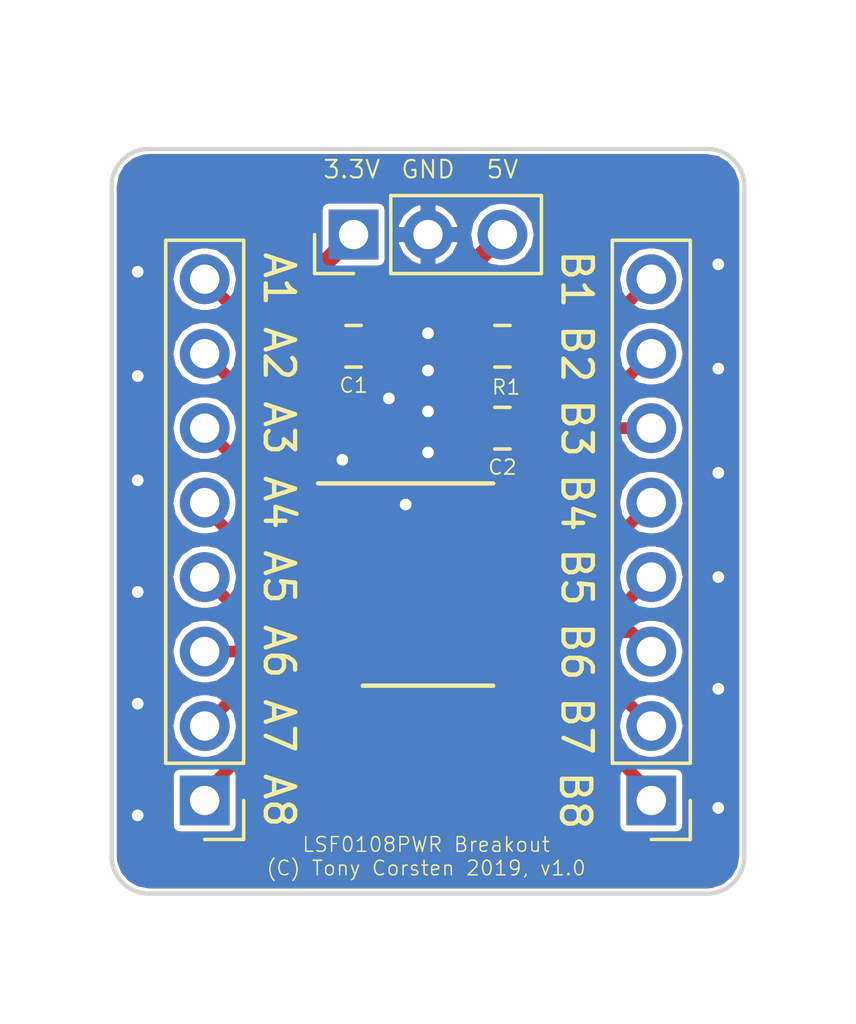
<source format=kicad_pcb>
(kicad_pcb (version 20171130) (host pcbnew "(5.0.2)-1")

  (general
    (thickness 1.6)
    (drawings 28)
    (tracks 102)
    (zones 0)
    (modules 7)
    (nets 21)
  )

  (page A4)
  (layers
    (0 F.Cu signal)
    (31 B.Cu signal)
    (32 B.Adhes user)
    (33 F.Adhes user)
    (34 B.Paste user)
    (35 F.Paste user)
    (36 B.SilkS user)
    (37 F.SilkS user)
    (38 B.Mask user)
    (39 F.Mask user)
    (40 Dwgs.User user)
    (41 Cmts.User user)
    (42 Eco1.User user)
    (43 Eco2.User user)
    (44 Edge.Cuts user)
    (45 Margin user)
    (46 B.CrtYd user)
    (47 F.CrtYd user)
    (48 B.Fab user)
    (49 F.Fab user hide)
  )

  (setup
    (last_trace_width 0.4)
    (user_trace_width 0.25)
    (user_trace_width 0.3)
    (user_trace_width 0.4)
    (user_trace_width 0.5)
    (user_trace_width 0.6)
    (user_trace_width 0.8)
    (trace_clearance 0.2)
    (zone_clearance 0.1)
    (zone_45_only no)
    (trace_min 0.2)
    (segment_width 0.2)
    (edge_width 0.15)
    (via_size 0.8)
    (via_drill 0.4)
    (via_min_size 0.4)
    (via_min_drill 0.3)
    (uvia_size 0.3)
    (uvia_drill 0.1)
    (uvias_allowed no)
    (uvia_min_size 0.2)
    (uvia_min_drill 0.1)
    (pcb_text_width 0.3)
    (pcb_text_size 1.5 1.5)
    (mod_edge_width 0.15)
    (mod_text_size 1 1)
    (mod_text_width 0.15)
    (pad_size 1.524 1.524)
    (pad_drill 0.762)
    (pad_to_mask_clearance 0.051)
    (solder_mask_min_width 0.25)
    (aux_axis_origin 0 0)
    (visible_elements FFFFFF7F)
    (pcbplotparams
      (layerselection 0x010f0_ffffffff)
      (usegerberextensions false)
      (usegerberattributes false)
      (usegerberadvancedattributes false)
      (creategerberjobfile false)
      (excludeedgelayer true)
      (linewidth 0.100000)
      (plotframeref false)
      (viasonmask false)
      (mode 1)
      (useauxorigin false)
      (hpglpennumber 1)
      (hpglpenspeed 20)
      (hpglpendiameter 15.000000)
      (psnegative false)
      (psa4output false)
      (plotreference true)
      (plotvalue true)
      (plotinvisibletext false)
      (padsonsilk false)
      (subtractmaskfromsilk false)
      (outputformat 1)
      (mirror false)
      (drillshape 0)
      (scaleselection 1)
      (outputdirectory "Gerber/"))
  )

  (net 0 "")
  (net 1 GND)
  (net 2 "Net-(C1-Pad1)")
  (net 3 "Net-(C2-Pad2)")
  (net 4 "Net-(J1-Pad1)")
  (net 5 "Net-(J1-Pad2)")
  (net 6 "Net-(J1-Pad3)")
  (net 7 "Net-(J1-Pad4)")
  (net 8 "Net-(J1-Pad5)")
  (net 9 "Net-(J1-Pad6)")
  (net 10 "Net-(J1-Pad7)")
  (net 11 "Net-(J1-Pad8)")
  (net 12 "Net-(J2-Pad8)")
  (net 13 "Net-(J2-Pad7)")
  (net 14 "Net-(J2-Pad6)")
  (net 15 "Net-(J2-Pad5)")
  (net 16 "Net-(J2-Pad4)")
  (net 17 "Net-(J2-Pad3)")
  (net 18 "Net-(J2-Pad2)")
  (net 19 "Net-(J2-Pad1)")
  (net 20 "Net-(J3-Pad3)")

  (net_class Default "This is the default net class."
    (clearance 0.2)
    (trace_width 0.25)
    (via_dia 0.8)
    (via_drill 0.4)
    (uvia_dia 0.3)
    (uvia_drill 0.1)
    (add_net GND)
    (add_net "Net-(C1-Pad1)")
    (add_net "Net-(C2-Pad2)")
    (add_net "Net-(J1-Pad1)")
    (add_net "Net-(J1-Pad2)")
    (add_net "Net-(J1-Pad3)")
    (add_net "Net-(J1-Pad4)")
    (add_net "Net-(J1-Pad5)")
    (add_net "Net-(J1-Pad6)")
    (add_net "Net-(J1-Pad7)")
    (add_net "Net-(J1-Pad8)")
    (add_net "Net-(J2-Pad1)")
    (add_net "Net-(J2-Pad2)")
    (add_net "Net-(J2-Pad3)")
    (add_net "Net-(J2-Pad4)")
    (add_net "Net-(J2-Pad5)")
    (add_net "Net-(J2-Pad6)")
    (add_net "Net-(J2-Pad7)")
    (add_net "Net-(J2-Pad8)")
    (add_net "Net-(J3-Pad3)")
  )

  (module Capacitor_SMD:C_0805_2012Metric_Pad1.15x1.40mm_HandSolder (layer F.Cu) (tedit 5D47205E) (tstamp 5D54D192)
    (at 129.54 78.486)
    (descr "Capacitor SMD 0805 (2012 Metric), square (rectangular) end terminal, IPC_7351 nominal with elongated pad for handsoldering. (Body size source: https://docs.google.com/spreadsheets/d/1BsfQQcO9C6DZCsRaXUlFlo91Tg2WpOkGARC1WS5S8t0/edit?usp=sharing), generated with kicad-footprint-generator")
    (tags "capacitor handsolder")
    (path /5D47967F)
    (attr smd)
    (fp_text reference C1 (at 0 1.3335) (layer F.SilkS)
      (effects (font (size 0.5 0.5) (thickness 0.06)))
    )
    (fp_text value 0.1uF (at 0 1.65) (layer F.Fab)
      (effects (font (size 1 1) (thickness 0.15)))
    )
    (fp_text user %R (at 0 0) (layer F.Fab)
      (effects (font (size 0.5 0.5) (thickness 0.08)))
    )
    (fp_line (start 1.85 0.95) (end -1.85 0.95) (layer F.CrtYd) (width 0.05))
    (fp_line (start 1.85 -0.95) (end 1.85 0.95) (layer F.CrtYd) (width 0.05))
    (fp_line (start -1.85 -0.95) (end 1.85 -0.95) (layer F.CrtYd) (width 0.05))
    (fp_line (start -1.85 0.95) (end -1.85 -0.95) (layer F.CrtYd) (width 0.05))
    (fp_line (start -0.261252 0.71) (end 0.261252 0.71) (layer F.SilkS) (width 0.12))
    (fp_line (start -0.261252 -0.71) (end 0.261252 -0.71) (layer F.SilkS) (width 0.12))
    (fp_line (start 1 0.6) (end -1 0.6) (layer F.Fab) (width 0.1))
    (fp_line (start 1 -0.6) (end 1 0.6) (layer F.Fab) (width 0.1))
    (fp_line (start -1 -0.6) (end 1 -0.6) (layer F.Fab) (width 0.1))
    (fp_line (start -1 0.6) (end -1 -0.6) (layer F.Fab) (width 0.1))
    (pad 2 smd roundrect (at 1.025 0) (size 1.15 1.4) (layers F.Cu F.Paste F.Mask) (roundrect_rratio 0.217391)
      (net 1 GND))
    (pad 1 smd roundrect (at -1.025 0) (size 1.15 1.4) (layers F.Cu F.Paste F.Mask) (roundrect_rratio 0.217391)
      (net 2 "Net-(C1-Pad1)"))
    (model ${KISYS3DMOD}/Capacitor_SMD.3dshapes/C_0805_2012Metric.wrl
      (at (xyz 0 0 0))
      (scale (xyz 1 1 1))
      (rotate (xyz 0 0 0))
    )
  )

  (module Capacitor_SMD:C_0805_2012Metric_Pad1.15x1.40mm_HandSolder (layer F.Cu) (tedit 5D472067) (tstamp 5D54D1A3)
    (at 134.62 81.28)
    (descr "Capacitor SMD 0805 (2012 Metric), square (rectangular) end terminal, IPC_7351 nominal with elongated pad for handsoldering. (Body size source: https://docs.google.com/spreadsheets/d/1BsfQQcO9C6DZCsRaXUlFlo91Tg2WpOkGARC1WS5S8t0/edit?usp=sharing), generated with kicad-footprint-generator")
    (tags "capacitor handsolder")
    (path /5D479584)
    (attr smd)
    (fp_text reference C2 (at 0 1.3335) (layer F.SilkS)
      (effects (font (size 0.5 0.5) (thickness 0.06)))
    )
    (fp_text value 0.1uF (at 0 1.65) (layer F.Fab)
      (effects (font (size 1 1) (thickness 0.15)))
    )
    (fp_line (start -1 0.6) (end -1 -0.6) (layer F.Fab) (width 0.1))
    (fp_line (start -1 -0.6) (end 1 -0.6) (layer F.Fab) (width 0.1))
    (fp_line (start 1 -0.6) (end 1 0.6) (layer F.Fab) (width 0.1))
    (fp_line (start 1 0.6) (end -1 0.6) (layer F.Fab) (width 0.1))
    (fp_line (start -0.261252 -0.71) (end 0.261252 -0.71) (layer F.SilkS) (width 0.12))
    (fp_line (start -0.261252 0.71) (end 0.261252 0.71) (layer F.SilkS) (width 0.12))
    (fp_line (start -1.85 0.95) (end -1.85 -0.95) (layer F.CrtYd) (width 0.05))
    (fp_line (start -1.85 -0.95) (end 1.85 -0.95) (layer F.CrtYd) (width 0.05))
    (fp_line (start 1.85 -0.95) (end 1.85 0.95) (layer F.CrtYd) (width 0.05))
    (fp_line (start 1.85 0.95) (end -1.85 0.95) (layer F.CrtYd) (width 0.05))
    (fp_text user %R (at 0 0) (layer F.Fab)
      (effects (font (size 0.5 0.5) (thickness 0.08)))
    )
    (pad 1 smd roundrect (at -1.025 0) (size 1.15 1.4) (layers F.Cu F.Paste F.Mask) (roundrect_rratio 0.217391)
      (net 1 GND))
    (pad 2 smd roundrect (at 1.025 0) (size 1.15 1.4) (layers F.Cu F.Paste F.Mask) (roundrect_rratio 0.217391)
      (net 3 "Net-(C2-Pad2)"))
    (model ${KISYS3DMOD}/Capacitor_SMD.3dshapes/C_0805_2012Metric.wrl
      (at (xyz 0 0 0))
      (scale (xyz 1 1 1))
      (rotate (xyz 0 0 0))
    )
  )

  (module Connector_PinHeader_2.54mm:PinHeader_1x08_P2.54mm_Vertical (layer F.Cu) (tedit 5D472078) (tstamp 5D54D1BF)
    (at 124.46 93.98 180)
    (descr "Through hole straight pin header, 1x08, 2.54mm pitch, single row")
    (tags "Through hole pin header THT 1x08 2.54mm single row")
    (path /5D47176E)
    (fp_text reference J1 (at 0 -2.33 180) (layer F.SilkS) hide
      (effects (font (size 1 1) (thickness 0.15)))
    )
    (fp_text value Conn_01x08 (at 0 20.11 180) (layer F.Fab)
      (effects (font (size 1 1) (thickness 0.15)))
    )
    (fp_line (start -0.635 -1.27) (end 1.27 -1.27) (layer F.Fab) (width 0.1))
    (fp_line (start 1.27 -1.27) (end 1.27 19.05) (layer F.Fab) (width 0.1))
    (fp_line (start 1.27 19.05) (end -1.27 19.05) (layer F.Fab) (width 0.1))
    (fp_line (start -1.27 19.05) (end -1.27 -0.635) (layer F.Fab) (width 0.1))
    (fp_line (start -1.27 -0.635) (end -0.635 -1.27) (layer F.Fab) (width 0.1))
    (fp_line (start -1.33 19.11) (end 1.33 19.11) (layer F.SilkS) (width 0.12))
    (fp_line (start -1.33 1.27) (end -1.33 19.11) (layer F.SilkS) (width 0.12))
    (fp_line (start 1.33 1.27) (end 1.33 19.11) (layer F.SilkS) (width 0.12))
    (fp_line (start -1.33 1.27) (end 1.33 1.27) (layer F.SilkS) (width 0.12))
    (fp_line (start -1.33 0) (end -1.33 -1.33) (layer F.SilkS) (width 0.12))
    (fp_line (start -1.33 -1.33) (end 0 -1.33) (layer F.SilkS) (width 0.12))
    (fp_line (start -1.8 -1.8) (end -1.8 19.55) (layer F.CrtYd) (width 0.05))
    (fp_line (start -1.8 19.55) (end 1.8 19.55) (layer F.CrtYd) (width 0.05))
    (fp_line (start 1.8 19.55) (end 1.8 -1.8) (layer F.CrtYd) (width 0.05))
    (fp_line (start 1.8 -1.8) (end -1.8 -1.8) (layer F.CrtYd) (width 0.05))
    (fp_text user %R (at 0 8.89 270) (layer F.Fab)
      (effects (font (size 1 1) (thickness 0.15)))
    )
    (pad 1 thru_hole rect (at 0 0 180) (size 1.7 1.7) (drill 1) (layers *.Cu *.Mask)
      (net 4 "Net-(J1-Pad1)"))
    (pad 2 thru_hole oval (at 0 2.54 180) (size 1.7 1.7) (drill 1) (layers *.Cu *.Mask)
      (net 5 "Net-(J1-Pad2)"))
    (pad 3 thru_hole oval (at 0 5.08 180) (size 1.7 1.7) (drill 1) (layers *.Cu *.Mask)
      (net 6 "Net-(J1-Pad3)"))
    (pad 4 thru_hole oval (at 0 7.62 180) (size 1.7 1.7) (drill 1) (layers *.Cu *.Mask)
      (net 7 "Net-(J1-Pad4)"))
    (pad 5 thru_hole oval (at 0 10.16 180) (size 1.7 1.7) (drill 1) (layers *.Cu *.Mask)
      (net 8 "Net-(J1-Pad5)"))
    (pad 6 thru_hole oval (at 0 12.7 180) (size 1.7 1.7) (drill 1) (layers *.Cu *.Mask)
      (net 9 "Net-(J1-Pad6)"))
    (pad 7 thru_hole oval (at 0 15.24 180) (size 1.7 1.7) (drill 1) (layers *.Cu *.Mask)
      (net 10 "Net-(J1-Pad7)"))
    (pad 8 thru_hole oval (at 0 17.78 180) (size 1.7 1.7) (drill 1) (layers *.Cu *.Mask)
      (net 11 "Net-(J1-Pad8)"))
    (model ${KISYS3DMOD}/Connector_PinHeader_2.54mm.3dshapes/PinHeader_1x08_P2.54mm_Vertical.wrl
      (at (xyz 0 0 0))
      (scale (xyz 1 1 1))
      (rotate (xyz 0 0 0))
    )
  )

  (module Connector_PinHeader_2.54mm:PinHeader_1x08_P2.54mm_Vertical (layer F.Cu) (tedit 5D472087) (tstamp 5D54D7C7)
    (at 139.7 93.98 180)
    (descr "Through hole straight pin header, 1x08, 2.54mm pitch, single row")
    (tags "Through hole pin header THT 1x08 2.54mm single row")
    (path /5D4718CE)
    (fp_text reference J2 (at 0 -2.33 180) (layer F.SilkS) hide
      (effects (font (size 1 1) (thickness 0.15)))
    )
    (fp_text value Conn_01x08 (at 0 20.11 180) (layer F.Fab)
      (effects (font (size 1 1) (thickness 0.15)))
    )
    (fp_text user %R (at 0 8.89 270) (layer F.Fab)
      (effects (font (size 1 1) (thickness 0.15)))
    )
    (fp_line (start 1.8 -1.8) (end -1.8 -1.8) (layer F.CrtYd) (width 0.05))
    (fp_line (start 1.8 19.55) (end 1.8 -1.8) (layer F.CrtYd) (width 0.05))
    (fp_line (start -1.8 19.55) (end 1.8 19.55) (layer F.CrtYd) (width 0.05))
    (fp_line (start -1.8 -1.8) (end -1.8 19.55) (layer F.CrtYd) (width 0.05))
    (fp_line (start -1.33 -1.33) (end 0 -1.33) (layer F.SilkS) (width 0.12))
    (fp_line (start -1.33 0) (end -1.33 -1.33) (layer F.SilkS) (width 0.12))
    (fp_line (start -1.33 1.27) (end 1.33 1.27) (layer F.SilkS) (width 0.12))
    (fp_line (start 1.33 1.27) (end 1.33 19.11) (layer F.SilkS) (width 0.12))
    (fp_line (start -1.33 1.27) (end -1.33 19.11) (layer F.SilkS) (width 0.12))
    (fp_line (start -1.33 19.11) (end 1.33 19.11) (layer F.SilkS) (width 0.12))
    (fp_line (start -1.27 -0.635) (end -0.635 -1.27) (layer F.Fab) (width 0.1))
    (fp_line (start -1.27 19.05) (end -1.27 -0.635) (layer F.Fab) (width 0.1))
    (fp_line (start 1.27 19.05) (end -1.27 19.05) (layer F.Fab) (width 0.1))
    (fp_line (start 1.27 -1.27) (end 1.27 19.05) (layer F.Fab) (width 0.1))
    (fp_line (start -0.635 -1.27) (end 1.27 -1.27) (layer F.Fab) (width 0.1))
    (pad 8 thru_hole oval (at 0 17.78 180) (size 1.7 1.7) (drill 1) (layers *.Cu *.Mask)
      (net 12 "Net-(J2-Pad8)"))
    (pad 7 thru_hole oval (at 0 15.24 180) (size 1.7 1.7) (drill 1) (layers *.Cu *.Mask)
      (net 13 "Net-(J2-Pad7)"))
    (pad 6 thru_hole oval (at 0 12.7 180) (size 1.7 1.7) (drill 1) (layers *.Cu *.Mask)
      (net 14 "Net-(J2-Pad6)"))
    (pad 5 thru_hole oval (at 0 10.16 180) (size 1.7 1.7) (drill 1) (layers *.Cu *.Mask)
      (net 15 "Net-(J2-Pad5)"))
    (pad 4 thru_hole oval (at 0 7.62 180) (size 1.7 1.7) (drill 1) (layers *.Cu *.Mask)
      (net 16 "Net-(J2-Pad4)"))
    (pad 3 thru_hole oval (at 0 5.08 180) (size 1.7 1.7) (drill 1) (layers *.Cu *.Mask)
      (net 17 "Net-(J2-Pad3)"))
    (pad 2 thru_hole oval (at 0 2.54 180) (size 1.7 1.7) (drill 1) (layers *.Cu *.Mask)
      (net 18 "Net-(J2-Pad2)"))
    (pad 1 thru_hole rect (at 0 0 180) (size 1.7 1.7) (drill 1) (layers *.Cu *.Mask)
      (net 19 "Net-(J2-Pad1)"))
    (model ${KISYS3DMOD}/Connector_PinHeader_2.54mm.3dshapes/PinHeader_1x08_P2.54mm_Vertical.wrl
      (at (xyz 0 0 0))
      (scale (xyz 1 1 1))
      (rotate (xyz 0 0 0))
    )
  )

  (module Connector_PinHeader_2.54mm:PinHeader_1x03_P2.54mm_Vertical (layer F.Cu) (tedit 5D472056) (tstamp 5D54D1F2)
    (at 129.54 74.676 90)
    (descr "Through hole straight pin header, 1x03, 2.54mm pitch, single row")
    (tags "Through hole pin header THT 1x03 2.54mm single row")
    (path /5D471594)
    (fp_text reference J3 (at 2.286 2.54 90) (layer F.SilkS) hide
      (effects (font (size 1 1) (thickness 0.15)))
    )
    (fp_text value Conn_01x03 (at 0 7.41 90) (layer F.Fab)
      (effects (font (size 1 1) (thickness 0.15)))
    )
    (fp_line (start -0.635 -1.27) (end 1.27 -1.27) (layer F.Fab) (width 0.1))
    (fp_line (start 1.27 -1.27) (end 1.27 6.35) (layer F.Fab) (width 0.1))
    (fp_line (start 1.27 6.35) (end -1.27 6.35) (layer F.Fab) (width 0.1))
    (fp_line (start -1.27 6.35) (end -1.27 -0.635) (layer F.Fab) (width 0.1))
    (fp_line (start -1.27 -0.635) (end -0.635 -1.27) (layer F.Fab) (width 0.1))
    (fp_line (start -1.33 6.41) (end 1.33 6.41) (layer F.SilkS) (width 0.12))
    (fp_line (start -1.33 1.27) (end -1.33 6.41) (layer F.SilkS) (width 0.12))
    (fp_line (start 1.33 1.27) (end 1.33 6.41) (layer F.SilkS) (width 0.12))
    (fp_line (start -1.33 1.27) (end 1.33 1.27) (layer F.SilkS) (width 0.12))
    (fp_line (start -1.33 0) (end -1.33 -1.33) (layer F.SilkS) (width 0.12))
    (fp_line (start -1.33 -1.33) (end 0 -1.33) (layer F.SilkS) (width 0.12))
    (fp_line (start -1.8 -1.8) (end -1.8 6.85) (layer F.CrtYd) (width 0.05))
    (fp_line (start -1.8 6.85) (end 1.8 6.85) (layer F.CrtYd) (width 0.05))
    (fp_line (start 1.8 6.85) (end 1.8 -1.8) (layer F.CrtYd) (width 0.05))
    (fp_line (start 1.8 -1.8) (end -1.8 -1.8) (layer F.CrtYd) (width 0.05))
    (fp_text user %R (at 0 2.54 180) (layer F.Fab)
      (effects (font (size 1 1) (thickness 0.15)))
    )
    (pad 1 thru_hole rect (at 0 0 90) (size 1.7 1.7) (drill 1) (layers *.Cu *.Mask)
      (net 2 "Net-(C1-Pad1)"))
    (pad 2 thru_hole oval (at 0 2.54 90) (size 1.7 1.7) (drill 1) (layers *.Cu *.Mask)
      (net 1 GND))
    (pad 3 thru_hole oval (at 0 5.08 90) (size 1.7 1.7) (drill 1) (layers *.Cu *.Mask)
      (net 20 "Net-(J3-Pad3)"))
    (model ${KISYS3DMOD}/Connector_PinHeader_2.54mm.3dshapes/PinHeader_1x03_P2.54mm_Vertical.wrl
      (at (xyz 0 0 0))
      (scale (xyz 1 1 1))
      (rotate (xyz 0 0 0))
    )
  )

  (module Package_SO:TSSOP-20_4.4x6.5mm_P0.65mm (layer F.Cu) (tedit 5D472075) (tstamp 5D54D216)
    (at 132.08 86.614)
    (descr "20-Lead Plastic Thin Shrink Small Outline (ST)-4.4 mm Body [TSSOP] (see Microchip Packaging Specification 00000049BS.pdf)")
    (tags "SSOP 0.65")
    (path /5D467169)
    (attr smd)
    (fp_text reference U1 (at 0 4.318) (layer F.SilkS) hide
      (effects (font (size 1 1) (thickness 0.15)))
    )
    (fp_text value LSF0108PWR (at 0 4.3) (layer F.Fab)
      (effects (font (size 1 1) (thickness 0.15)))
    )
    (fp_line (start -1.2 -3.25) (end 2.2 -3.25) (layer F.Fab) (width 0.15))
    (fp_line (start 2.2 -3.25) (end 2.2 3.25) (layer F.Fab) (width 0.15))
    (fp_line (start 2.2 3.25) (end -2.2 3.25) (layer F.Fab) (width 0.15))
    (fp_line (start -2.2 3.25) (end -2.2 -2.25) (layer F.Fab) (width 0.15))
    (fp_line (start -2.2 -2.25) (end -1.2 -3.25) (layer F.Fab) (width 0.15))
    (fp_line (start -3.95 -3.55) (end -3.95 3.55) (layer F.CrtYd) (width 0.05))
    (fp_line (start 3.95 -3.55) (end 3.95 3.55) (layer F.CrtYd) (width 0.05))
    (fp_line (start -3.95 -3.55) (end 3.95 -3.55) (layer F.CrtYd) (width 0.05))
    (fp_line (start -3.95 3.55) (end 3.95 3.55) (layer F.CrtYd) (width 0.05))
    (fp_line (start -2.225 3.45) (end 2.225 3.45) (layer F.SilkS) (width 0.15))
    (fp_line (start -3.75 -3.45) (end 2.225 -3.45) (layer F.SilkS) (width 0.15))
    (fp_text user %R (at 0 0) (layer F.Fab)
      (effects (font (size 0.8 0.8) (thickness 0.15)))
    )
    (pad 1 smd rect (at -2.95 -2.925) (size 1.45 0.45) (layers F.Cu F.Paste F.Mask)
      (net 1 GND))
    (pad 2 smd rect (at -2.95 -2.275) (size 1.45 0.45) (layers F.Cu F.Paste F.Mask)
      (net 2 "Net-(C1-Pad1)"))
    (pad 3 smd rect (at -2.95 -1.625) (size 1.45 0.45) (layers F.Cu F.Paste F.Mask)
      (net 11 "Net-(J1-Pad8)"))
    (pad 4 smd rect (at -2.95 -0.975) (size 1.45 0.45) (layers F.Cu F.Paste F.Mask)
      (net 10 "Net-(J1-Pad7)"))
    (pad 5 smd rect (at -2.95 -0.325) (size 1.45 0.45) (layers F.Cu F.Paste F.Mask)
      (net 9 "Net-(J1-Pad6)"))
    (pad 6 smd rect (at -2.95 0.325) (size 1.45 0.45) (layers F.Cu F.Paste F.Mask)
      (net 8 "Net-(J1-Pad5)"))
    (pad 7 smd rect (at -2.95 0.975) (size 1.45 0.45) (layers F.Cu F.Paste F.Mask)
      (net 7 "Net-(J1-Pad4)"))
    (pad 8 smd rect (at -2.95 1.625) (size 1.45 0.45) (layers F.Cu F.Paste F.Mask)
      (net 6 "Net-(J1-Pad3)"))
    (pad 9 smd rect (at -2.95 2.275) (size 1.45 0.45) (layers F.Cu F.Paste F.Mask)
      (net 5 "Net-(J1-Pad2)"))
    (pad 10 smd rect (at -2.95 2.925) (size 1.45 0.45) (layers F.Cu F.Paste F.Mask)
      (net 4 "Net-(J1-Pad1)"))
    (pad 11 smd rect (at 2.95 2.925) (size 1.45 0.45) (layers F.Cu F.Paste F.Mask)
      (net 19 "Net-(J2-Pad1)"))
    (pad 12 smd rect (at 2.95 2.275) (size 1.45 0.45) (layers F.Cu F.Paste F.Mask)
      (net 18 "Net-(J2-Pad2)"))
    (pad 13 smd rect (at 2.95 1.625) (size 1.45 0.45) (layers F.Cu F.Paste F.Mask)
      (net 17 "Net-(J2-Pad3)"))
    (pad 14 smd rect (at 2.95 0.975) (size 1.45 0.45) (layers F.Cu F.Paste F.Mask)
      (net 16 "Net-(J2-Pad4)"))
    (pad 15 smd rect (at 2.95 0.325) (size 1.45 0.45) (layers F.Cu F.Paste F.Mask)
      (net 15 "Net-(J2-Pad5)"))
    (pad 16 smd rect (at 2.95 -0.325) (size 1.45 0.45) (layers F.Cu F.Paste F.Mask)
      (net 14 "Net-(J2-Pad6)"))
    (pad 17 smd rect (at 2.95 -0.975) (size 1.45 0.45) (layers F.Cu F.Paste F.Mask)
      (net 13 "Net-(J2-Pad7)"))
    (pad 18 smd rect (at 2.95 -1.625) (size 1.45 0.45) (layers F.Cu F.Paste F.Mask)
      (net 12 "Net-(J2-Pad8)"))
    (pad 19 smd rect (at 2.95 -2.275) (size 1.45 0.45) (layers F.Cu F.Paste F.Mask)
      (net 3 "Net-(C2-Pad2)"))
    (pad 20 smd rect (at 2.95 -2.925) (size 1.45 0.45) (layers F.Cu F.Paste F.Mask)
      (net 3 "Net-(C2-Pad2)"))
    (model ${KISYS3DMOD}/Package_SO.3dshapes/TSSOP-20_4.4x6.5mm_P0.65mm.wrl
      (at (xyz 0 0 0))
      (scale (xyz 1 1 1))
      (rotate (xyz 0 0 0))
    )
  )

  (module Resistor_SMD:R_0805_2012Metric_Pad1.15x1.40mm_HandSolder (layer F.Cu) (tedit 5D47878B) (tstamp 5D55A64E)
    (at 134.62 78.486 180)
    (descr "Resistor SMD 0805 (2012 Metric), square (rectangular) end terminal, IPC_7351 nominal with elongated pad for handsoldering. (Body size source: https://docs.google.com/spreadsheets/d/1BsfQQcO9C6DZCsRaXUlFlo91Tg2WpOkGARC1WS5S8t0/edit?usp=sharing), generated with kicad-footprint-generator")
    (tags "resistor handsolder")
    (path /5D479902)
    (attr smd)
    (fp_text reference R1 (at -0.127 -1.397 180) (layer F.SilkS)
      (effects (font (size 0.5 0.5) (thickness 0.06)))
    )
    (fp_text value 200kOhm (at 0 1.65 180) (layer F.Fab)
      (effects (font (size 1 1) (thickness 0.15)))
    )
    (fp_line (start -1 0.6) (end -1 -0.6) (layer F.Fab) (width 0.1))
    (fp_line (start -1 -0.6) (end 1 -0.6) (layer F.Fab) (width 0.1))
    (fp_line (start 1 -0.6) (end 1 0.6) (layer F.Fab) (width 0.1))
    (fp_line (start 1 0.6) (end -1 0.6) (layer F.Fab) (width 0.1))
    (fp_line (start -0.261252 -0.71) (end 0.261252 -0.71) (layer F.SilkS) (width 0.12))
    (fp_line (start -0.261252 0.71) (end 0.261252 0.71) (layer F.SilkS) (width 0.12))
    (fp_line (start -1.85 0.95) (end -1.85 -0.95) (layer F.CrtYd) (width 0.05))
    (fp_line (start -1.85 -0.95) (end 1.85 -0.95) (layer F.CrtYd) (width 0.05))
    (fp_line (start 1.85 -0.95) (end 1.85 0.95) (layer F.CrtYd) (width 0.05))
    (fp_line (start 1.85 0.95) (end -1.85 0.95) (layer F.CrtYd) (width 0.05))
    (fp_text user %R (at 0 0 180) (layer F.Fab)
      (effects (font (size 0.5 0.5) (thickness 0.08)))
    )
    (pad 1 smd roundrect (at -1.025 0 180) (size 1.15 1.4) (layers F.Cu F.Paste F.Mask) (roundrect_rratio 0.217391)
      (net 3 "Net-(C2-Pad2)"))
    (pad 2 smd roundrect (at 1.025 0 180) (size 1.15 1.4) (layers F.Cu F.Paste F.Mask) (roundrect_rratio 0.217391)
      (net 20 "Net-(J3-Pad3)"))
    (model ${KISYS3DMOD}/Resistor_SMD.3dshapes/R_0805_2012Metric.wrl
      (at (xyz 0 0 0))
      (scale (xyz 1 1 1))
      (rotate (xyz 0 0 0))
    )
  )

  (gr_text A3 (at 127 81.28 270) (layer F.SilkS) (tstamp 5D54DC64)
    (effects (font (size 1 1) (thickness 0.15)))
  )
  (gr_text A4 (at 127 83.82 270) (layer F.SilkS) (tstamp 5D54DC67)
    (effects (font (size 1 1) (thickness 0.15)))
  )
  (gr_text "LSF0108PWR Breakout\n(C) Tony Corsten 2019, v1.0" (at 132.0165 95.885) (layer F.SilkS)
    (effects (font (size 0.5 0.5) (thickness 0.05)))
  )
  (gr_text 5V (at 134.62 72.4535) (layer F.SilkS) (tstamp 5D54DF91)
    (effects (font (size 0.6 0.6) (thickness 0.07)))
  )
  (gr_text GND (at 132.08 72.4535) (layer F.SilkS) (tstamp 5D54DF8E)
    (effects (font (size 0.6 0.6) (thickness 0.07)))
  )
  (gr_text 3.3V (at 129.4765 72.4535) (layer F.SilkS) (tstamp 5D54DF5E)
    (effects (font (size 0.6 0.6) (thickness 0.07)))
  )
  (gr_line (start 122.555 71.755) (end 141.605 71.755) (layer Edge.Cuts) (width 0.15) (tstamp 5D54DDC6))
  (gr_arc (start 141.605 73.025) (end 142.875 73.025) (angle -90) (layer Edge.Cuts) (width 0.15) (tstamp 5D54DDC0))
  (gr_line (start 142.875 73.025) (end 142.875 95.885) (layer Edge.Cuts) (width 0.15) (tstamp 5D54DDBA))
  (gr_arc (start 141.605 95.885) (end 141.605 97.155) (angle -90) (layer Edge.Cuts) (width 0.15) (tstamp 5D54DDB5))
  (gr_line (start 122.555 97.155) (end 141.605 97.155) (layer Edge.Cuts) (width 0.15))
  (gr_arc (start 122.555 95.885) (end 121.285 95.885) (angle -90) (layer Edge.Cuts) (width 0.15) (tstamp 5D54DDA4))
  (gr_line (start 121.285 73.025) (end 121.285 95.885) (layer Edge.Cuts) (width 0.15))
  (gr_arc (start 122.555 73.025) (end 122.555 71.755) (angle -90) (layer Edge.Cuts) (width 0.15))
  (gr_text B4 (at 137.16 83.82 270) (layer F.SilkS) (tstamp 5D54DD2E)
    (effects (font (size 1 1) (thickness 0.15)))
  )
  (gr_text B7 (at 137.16 91.44 270) (layer F.SilkS) (tstamp 5D54DD3D)
    (effects (font (size 1 1) (thickness 0.15)))
  )
  (gr_text B5 (at 137.16 86.36 270) (layer F.SilkS) (tstamp 5D54DCF0)
    (effects (font (size 1 1) (thickness 0.15)))
  )
  (gr_text B8 (at 137.1092 93.98 270) (layer F.SilkS) (tstamp 5D54DD42)
    (effects (font (size 1 1) (thickness 0.15)))
  )
  (gr_text B1 (at 137.16 76.2 270) (layer F.SilkS) (tstamp 5D54DCED)
    (effects (font (size 1 1) (thickness 0.15)))
  )
  (gr_text B2 (at 137.16 78.74 270) (layer F.SilkS) (tstamp 5D54DD20)
    (effects (font (size 1 1) (thickness 0.15)))
  )
  (gr_text B6 (at 137.16 88.9 270) (layer F.SilkS) (tstamp 5D54DCE1)
    (effects (font (size 1 1) (thickness 0.15)))
  )
  (gr_text B3 (at 137.16 81.28 270) (layer F.SilkS) (tstamp 5D54DD27)
    (effects (font (size 1 1) (thickness 0.15)))
  )
  (gr_text A8 (at 127 93.98 270) (layer F.SilkS) (tstamp 5D54DC75)
    (effects (font (size 1 1) (thickness 0.15)))
  )
  (gr_text A7 (at 127 91.44 270) (layer F.SilkS) (tstamp 5D54DC70)
    (effects (font (size 1 1) (thickness 0.15)))
  )
  (gr_text A6 (at 127 88.9 270) (layer F.SilkS) (tstamp 5D54DC6D)
    (effects (font (size 1 1) (thickness 0.15)))
  )
  (gr_text A5 (at 127 86.36 270) (layer F.SilkS) (tstamp 5D54DC6A)
    (effects (font (size 1 1) (thickness 0.15)))
  )
  (gr_text A2 (at 127 78.74 270) (layer F.SilkS) (tstamp 5D54DC61)
    (effects (font (size 1 1) (thickness 0.15)))
  )
  (gr_text A1 (at 127 76.2 270) (layer F.SilkS)
    (effects (font (size 1 1) (thickness 0.15)))
  )

  (via (at 122.174 94.488) (size 0.8) (drill 0.4) (layers F.Cu B.Cu) (net 1))
  (via (at 122.174 90.678) (size 0.8) (drill 0.4) (layers F.Cu B.Cu) (net 1))
  (via (at 122.174 86.868) (size 0.8) (drill 0.4) (layers F.Cu B.Cu) (net 1))
  (via (at 122.174 83.058) (size 0.8) (drill 0.4) (layers F.Cu B.Cu) (net 1))
  (via (at 122.174 79.502) (size 0.8) (drill 0.4) (layers F.Cu B.Cu) (net 1))
  (via (at 122.174 75.946) (size 0.8) (drill 0.4) (layers F.Cu B.Cu) (net 1))
  (via (at 141.986 75.692) (size 0.8) (drill 0.4) (layers F.Cu B.Cu) (net 1))
  (via (at 141.986 79.248) (size 0.8) (drill 0.4) (layers F.Cu B.Cu) (net 1))
  (via (at 141.986 82.804) (size 0.8) (drill 0.4) (layers F.Cu B.Cu) (net 1))
  (via (at 141.986 86.36) (size 0.8) (drill 0.4) (layers F.Cu B.Cu) (net 1))
  (via (at 141.986 90.17) (size 0.8) (drill 0.4) (layers F.Cu B.Cu) (net 1))
  (via (at 141.986 94.234) (size 0.8) (drill 0.4) (layers F.Cu B.Cu) (net 1))
  (via (at 132.08 78.0415) (size 0.8) (drill 0.4) (layers F.Cu B.Cu) (net 1))
  (via (at 132.08 79.3115) (size 0.8) (drill 0.4) (layers F.Cu B.Cu) (net 1))
  (via (at 130.7465 80.264) (size 0.8) (drill 0.4) (layers F.Cu B.Cu) (net 1))
  (via (at 132.08 80.7085) (size 0.8) (drill 0.4) (layers F.Cu B.Cu) (net 1))
  (via (at 132.08 82.1055) (size 0.8) (drill 0.4) (layers F.Cu B.Cu) (net 1))
  (via (at 129.159 82.3595) (size 0.8) (drill 0.4) (layers F.Cu B.Cu) (net 1))
  (via (at 131.318 83.8835) (size 0.8) (drill 0.4) (layers F.Cu B.Cu) (net 1))
  (segment (start 128.515 75.701) (end 129.54 74.676) (width 0.6) (layer F.Cu) (net 2))
  (segment (start 128.515 78.486) (end 128.515 75.701) (width 0.6) (layer F.Cu) (net 2))
  (segment (start 130.255 84.339) (end 129.13 84.339) (width 0.4) (layer F.Cu) (net 2))
  (segment (start 130.255031 81.026032) (end 130.255 84.339) (width 0.4) (layer F.Cu) (net 2))
  (segment (start 128.515 79.286) (end 130.255031 81.026032) (width 0.4) (layer F.Cu) (net 2))
  (segment (start 128.515 78.486) (end 128.515 79.286) (width 0.4) (layer F.Cu) (net 2))
  (segment (start 135.645 78.486) (end 135.645 81.28) (width 0.6) (layer F.Cu) (net 3))
  (segment (start 133.905 83.689) (end 133.858 83.736) (width 0.4) (layer F.Cu) (net 3))
  (segment (start 135.03 83.689) (end 133.905 83.689) (width 0.4) (layer F.Cu) (net 3))
  (segment (start 133.905 84.339) (end 135.03 84.339) (width 0.4) (layer F.Cu) (net 3))
  (segment (start 133.858 84.292) (end 133.905 84.339) (width 0.4) (layer F.Cu) (net 3))
  (segment (start 133.858 83.736) (end 133.858 84.292) (width 0.4) (layer F.Cu) (net 3))
  (segment (start 133.858 83.067) (end 135.645 81.28) (width 0.4) (layer F.Cu) (net 3))
  (segment (start 133.858 83.736) (end 133.858 83.067) (width 0.4) (layer F.Cu) (net 3))
  (segment (start 124.46 93.709) (end 124.46 93.98) (width 0.4) (layer F.Cu) (net 4))
  (segment (start 128.63 89.539) (end 124.46 93.709) (width 0.4) (layer F.Cu) (net 4))
  (segment (start 129.13 89.539) (end 128.63 89.539) (width 0.4) (layer F.Cu) (net 4))
  (segment (start 127.011 88.889) (end 129.13 88.889) (width 0.4) (layer F.Cu) (net 5))
  (segment (start 124.46 91.44) (end 127.011 88.889) (width 0.4) (layer F.Cu) (net 5))
  (segment (start 128.005 88.239) (end 129.13 88.239) (width 0.4) (layer F.Cu) (net 6))
  (segment (start 126.323081 88.239) (end 128.005 88.239) (width 0.4) (layer F.Cu) (net 6))
  (segment (start 125.662081 88.9) (end 126.323081 88.239) (width 0.4) (layer F.Cu) (net 6))
  (segment (start 124.46 88.9) (end 125.662081 88.9) (width 0.4) (layer F.Cu) (net 6))
  (segment (start 128.005 87.589) (end 129.13 87.589) (width 0.4) (layer F.Cu) (net 7))
  (segment (start 127.210832 87.589) (end 128.005 87.589) (width 0.4) (layer F.Cu) (net 7))
  (segment (start 126.831831 87.209999) (end 127.210832 87.589) (width 0.4) (layer F.Cu) (net 7))
  (segment (start 125.309999 87.209999) (end 126.831831 87.209999) (width 0.4) (layer F.Cu) (net 7))
  (segment (start 124.46 86.36) (end 125.309999 87.209999) (width 0.4) (layer F.Cu) (net 7))
  (segment (start 128.005 86.939) (end 129.13 86.939) (width 0.4) (layer F.Cu) (net 8))
  (segment (start 127.409374 86.939) (end 128.005 86.939) (width 0.4) (layer F.Cu) (net 8))
  (segment (start 124.46 83.989626) (end 127.409374 86.939) (width 0.4) (layer F.Cu) (net 8))
  (segment (start 124.46 83.82) (end 124.46 83.989626) (width 0.4) (layer F.Cu) (net 8))
  (segment (start 128.005 86.289) (end 129.13 86.289) (width 0.4) (layer F.Cu) (net 9))
  (segment (start 127.607916 86.289) (end 128.005 86.289) (width 0.4) (layer F.Cu) (net 9))
  (segment (start 125.710001 84.391085) (end 127.607916 86.289) (width 0.4) (layer F.Cu) (net 9))
  (segment (start 125.710001 82.530001) (end 125.710001 84.391085) (width 0.4) (layer F.Cu) (net 9))
  (segment (start 124.46 81.28) (end 125.710001 82.530001) (width 0.4) (layer F.Cu) (net 9))
  (segment (start 127.806458 85.639) (end 126.873 84.705542) (width 0.4) (layer F.Cu) (net 10))
  (segment (start 129.13 85.639) (end 127.806458 85.639) (width 0.4) (layer F.Cu) (net 10))
  (segment (start 126.873 81.153) (end 124.46 78.74) (width 0.4) (layer F.Cu) (net 10))
  (segment (start 126.873 84.705542) (end 126.873 81.153) (width 0.4) (layer F.Cu) (net 10))
  (segment (start 128.005 84.989) (end 129.13 84.989) (width 0.4) (layer F.Cu) (net 11))
  (segment (start 127.6985 84.6825) (end 128.005 84.989) (width 0.4) (layer F.Cu) (net 11))
  (segment (start 127.6985 79.4385) (end 127.6985 84.6825) (width 0.4) (layer F.Cu) (net 11))
  (segment (start 124.46 76.2) (end 127.6985 79.4385) (width 0.4) (layer F.Cu) (net 11))
  (segment (start 135.054999 84.964001) (end 135.03 84.989) (width 0.4) (layer F.Cu) (net 12))
  (segment (start 136.075001 84.964001) (end 135.054999 84.964001) (width 0.4) (layer F.Cu) (net 12))
  (segment (start 136.62001 84.418992) (end 136.075001 84.964001) (width 0.4) (layer F.Cu) (net 12))
  (segment (start 136.62001 79.27999) (end 136.62001 84.418992) (width 0.4) (layer F.Cu) (net 12))
  (segment (start 139.7 76.2) (end 136.62001 79.27999) (width 0.4) (layer F.Cu) (net 12))
  (segment (start 136.155 85.639) (end 135.03 85.639) (width 0.4) (layer F.Cu) (net 13))
  (segment (start 136.865 85.639) (end 136.155 85.639) (width 0.4) (layer F.Cu) (net 13))
  (segment (start 137.22002 85.28398) (end 136.865 85.639) (width 0.4) (layer F.Cu) (net 13))
  (segment (start 137.22002 81.21998) (end 137.22002 85.28398) (width 0.4) (layer F.Cu) (net 13))
  (segment (start 139.7 78.74) (end 137.22002 81.21998) (width 0.4) (layer F.Cu) (net 13))
  (segment (start 136.155 86.289) (end 135.03 86.289) (width 0.4) (layer F.Cu) (net 14))
  (segment (start 137.063542 86.289) (end 136.155 86.289) (width 0.4) (layer F.Cu) (net 14))
  (segment (start 137.820029 85.532513) (end 137.063542 86.289) (width 0.4) (layer F.Cu) (net 14))
  (segment (start 137.82003 81.957889) (end 137.820029 85.532513) (width 0.4) (layer F.Cu) (net 14))
  (segment (start 138.497919 81.28) (end 137.82003 81.957889) (width 0.4) (layer F.Cu) (net 14))
  (segment (start 139.7 81.28) (end 138.497919 81.28) (width 0.4) (layer F.Cu) (net 14))
  (segment (start 136.155 86.939) (end 135.03 86.939) (width 0.4) (layer F.Cu) (net 15))
  (segment (start 137.262084 86.939) (end 136.155 86.939) (width 0.4) (layer F.Cu) (net 15))
  (segment (start 138.420037 85.781047) (end 137.262084 86.939) (width 0.4) (layer F.Cu) (net 15))
  (segment (start 138.42004 85.09996) (end 138.420037 85.781047) (width 0.4) (layer F.Cu) (net 15))
  (segment (start 139.7 83.82) (end 138.42004 85.09996) (width 0.4) (layer F.Cu) (net 15))
  (segment (start 138.850001 87.209999) (end 139.7 86.36) (width 0.4) (layer F.Cu) (net 16))
  (segment (start 138.52099 87.53901) (end 138.850001 87.209999) (width 0.4) (layer F.Cu) (net 16))
  (segment (start 135.98099 87.53901) (end 138.52099 87.53901) (width 0.4) (layer F.Cu) (net 16))
  (segment (start 135.931 87.589) (end 135.98099 87.53901) (width 0.4) (layer F.Cu) (net 16))
  (segment (start 135.03 87.589) (end 135.931 87.589) (width 0.4) (layer F.Cu) (net 16))
  (segment (start 139.039 88.239) (end 139.7 88.9) (width 0.4) (layer F.Cu) (net 17))
  (segment (start 135.03 88.239) (end 139.039 88.239) (width 0.4) (layer F.Cu) (net 17))
  (segment (start 138.850001 90.590001) (end 139.7 91.44) (width 0.4) (layer F.Cu) (net 18))
  (segment (start 137.173999 88.913999) (end 138.850001 90.590001) (width 0.4) (layer F.Cu) (net 18))
  (segment (start 135.798999 88.913999) (end 137.173999 88.913999) (width 0.4) (layer F.Cu) (net 18))
  (segment (start 135.774 88.889) (end 135.798999 88.913999) (width 0.4) (layer F.Cu) (net 18))
  (segment (start 135.03 88.889) (end 135.774 88.889) (width 0.4) (layer F.Cu) (net 18))
  (segment (start 139.7 93.709) (end 139.7 93.98) (width 0.4) (layer F.Cu) (net 19))
  (segment (start 135.53 89.539) (end 139.7 93.709) (width 0.4) (layer F.Cu) (net 19))
  (segment (start 135.03 89.539) (end 135.53 89.539) (width 0.4) (layer F.Cu) (net 19))
  (segment (start 133.595 75.701) (end 134.62 74.676) (width 0.6) (layer F.Cu) (net 20))
  (segment (start 133.595 78.486) (end 133.595 75.701) (width 0.6) (layer F.Cu) (net 20))

  (zone (net 1) (net_name GND) (layer F.Cu) (tstamp 5D54E218) (hatch edge 0.508)
    (connect_pads (clearance 0.1))
    (min_thickness 0.254)
    (fill yes (arc_segments 16) (thermal_gap 0.2) (thermal_bridge_width 0.508))
    (polygon
      (pts
        (xy 118.11 66.675) (xy 146.685 66.675) (xy 146.685 101.6) (xy 118.11 101.6)
      )
    )
    (filled_polygon
      (pts
        (xy 141.934482 72.119755) (xy 142.224224 72.287038) (xy 142.439278 72.543329) (xy 142.55832 72.870396) (xy 142.573 73.038187)
        (xy 142.573001 95.858572) (xy 142.510245 96.214484) (xy 142.342962 96.504224) (xy 142.086671 96.719278) (xy 141.759606 96.83832)
        (xy 141.591812 96.853) (xy 122.581422 96.853) (xy 122.225516 96.790245) (xy 121.935776 96.622962) (xy 121.720722 96.366671)
        (xy 121.60168 96.039606) (xy 121.587 95.871812) (xy 121.587 76.2) (xy 123.259942 76.2) (xy 123.351291 76.659242)
        (xy 123.611431 77.048569) (xy 124.000758 77.308709) (xy 124.34408 77.377) (xy 124.57592 77.377) (xy 124.839317 77.324607)
        (xy 127.1715 79.656791) (xy 127.1715 80.706209) (xy 125.584607 79.119317) (xy 125.660058 78.74) (xy 125.568709 78.280758)
        (xy 125.308569 77.891431) (xy 124.919242 77.631291) (xy 124.57592 77.563) (xy 124.34408 77.563) (xy 124.000758 77.631291)
        (xy 123.611431 77.891431) (xy 123.351291 78.280758) (xy 123.259942 78.74) (xy 123.351291 79.199242) (xy 123.611431 79.588569)
        (xy 124.000758 79.848709) (xy 124.34408 79.917) (xy 124.57592 79.917) (xy 124.839317 79.864607) (xy 126.346001 81.371292)
        (xy 126.346 84.281794) (xy 126.237001 84.172795) (xy 126.237001 82.581898) (xy 126.247324 82.53) (xy 126.237001 82.478102)
        (xy 126.237001 82.478098) (xy 126.206424 82.324376) (xy 126.089946 82.150056) (xy 126.045946 82.120656) (xy 125.584607 81.659317)
        (xy 125.660058 81.28) (xy 125.568709 80.820758) (xy 125.308569 80.431431) (xy 124.919242 80.171291) (xy 124.57592 80.103)
        (xy 124.34408 80.103) (xy 124.000758 80.171291) (xy 123.611431 80.431431) (xy 123.351291 80.820758) (xy 123.259942 81.28)
        (xy 123.351291 81.739242) (xy 123.611431 82.128569) (xy 124.000758 82.388709) (xy 124.34408 82.457) (xy 124.57592 82.457)
        (xy 124.839317 82.404607) (xy 125.183001 82.748291) (xy 125.183001 82.887529) (xy 124.919242 82.711291) (xy 124.57592 82.643)
        (xy 124.34408 82.643) (xy 124.000758 82.711291) (xy 123.611431 82.971431) (xy 123.351291 83.360758) (xy 123.259942 83.82)
        (xy 123.351291 84.279242) (xy 123.611431 84.668569) (xy 124.000758 84.928709) (xy 124.34408 84.997) (xy 124.57592 84.997)
        (xy 124.697834 84.97275) (xy 125.091421 85.366337) (xy 124.919242 85.251291) (xy 124.57592 85.183) (xy 124.34408 85.183)
        (xy 124.000758 85.251291) (xy 123.611431 85.511431) (xy 123.351291 85.900758) (xy 123.259942 86.36) (xy 123.351291 86.819242)
        (xy 123.611431 87.208569) (xy 124.000758 87.468709) (xy 124.34408 87.537) (xy 124.57592 87.537) (xy 124.839316 87.484607)
        (xy 124.900655 87.545946) (xy 124.930054 87.589944) (xy 124.974051 87.619342) (xy 124.974054 87.619345) (xy 125.06572 87.680594)
        (xy 125.104374 87.706422) (xy 125.258096 87.736999) (xy 125.2581 87.736999) (xy 125.309998 87.747322) (xy 125.361896 87.736999)
        (xy 126.145499 87.736999) (xy 126.117456 87.742577) (xy 126.117454 87.742578) (xy 126.117455 87.742578) (xy 125.987136 87.829654)
        (xy 125.987133 87.829657) (xy 125.943136 87.859055) (xy 125.913737 87.903053) (xy 125.491534 88.325257) (xy 125.308569 88.051431)
        (xy 124.919242 87.791291) (xy 124.57592 87.723) (xy 124.34408 87.723) (xy 124.000758 87.791291) (xy 123.611431 88.051431)
        (xy 123.351291 88.440758) (xy 123.259942 88.9) (xy 123.351291 89.359242) (xy 123.611431 89.748569) (xy 124.000758 90.008709)
        (xy 124.34408 90.077) (xy 124.57592 90.077) (xy 124.919242 90.008709) (xy 125.308569 89.748569) (xy 125.523435 89.427)
        (xy 125.610183 89.427) (xy 125.662081 89.437323) (xy 125.713979 89.427) (xy 125.713984 89.427) (xy 125.731117 89.423592)
        (xy 124.839317 90.315393) (xy 124.57592 90.263) (xy 124.34408 90.263) (xy 124.000758 90.331291) (xy 123.611431 90.591431)
        (xy 123.351291 90.980758) (xy 123.259942 91.44) (xy 123.351291 91.899242) (xy 123.611431 92.288569) (xy 124.000758 92.548709)
        (xy 124.34408 92.617) (xy 124.57592 92.617) (xy 124.864016 92.559694) (xy 124.627116 92.796594) (xy 123.61 92.796594)
        (xy 123.482411 92.821973) (xy 123.374246 92.894246) (xy 123.301973 93.002411) (xy 123.276594 93.13) (xy 123.276594 94.83)
        (xy 123.301973 94.957589) (xy 123.374246 95.065754) (xy 123.482411 95.138027) (xy 123.61 95.163406) (xy 125.31 95.163406)
        (xy 125.437589 95.138027) (xy 125.545754 95.065754) (xy 125.618027 94.957589) (xy 125.643406 94.83) (xy 125.643406 93.270884)
        (xy 128.816884 90.097406) (xy 129.855 90.097406) (xy 129.982589 90.072027) (xy 130.090754 89.999754) (xy 130.163027 89.891589)
        (xy 130.188406 89.764) (xy 130.188406 89.314) (xy 130.168515 89.214) (xy 130.188406 89.114) (xy 130.188406 88.664)
        (xy 130.168515 88.564) (xy 130.188406 88.464) (xy 130.188406 88.014) (xy 130.168515 87.914) (xy 130.188406 87.814)
        (xy 130.188406 87.364) (xy 130.168515 87.264) (xy 130.188406 87.164) (xy 130.188406 86.714) (xy 130.168515 86.614)
        (xy 130.188406 86.514) (xy 130.188406 86.064) (xy 130.168515 85.964) (xy 130.188406 85.864) (xy 130.188406 85.414)
        (xy 130.168515 85.314) (xy 130.188406 85.214) (xy 130.188406 84.866) (xy 130.203099 84.866) (xy 130.254995 84.876323)
        (xy 130.306895 84.866) (xy 130.306903 84.866) (xy 130.460625 84.835423) (xy 130.633341 84.720017) (xy 130.634941 84.718948)
        (xy 130.634941 84.718947) (xy 130.634945 84.718945) (xy 130.739388 84.562637) (xy 130.751421 84.544629) (xy 130.751421 84.544628)
        (xy 130.751423 84.544625) (xy 130.792324 84.339) (xy 130.782 84.287097) (xy 130.782011 83.067) (xy 133.320677 83.067)
        (xy 133.331 83.118898) (xy 133.331 83.684102) (xy 133.320677 83.736) (xy 133.331 83.787898) (xy 133.331 84.240102)
        (xy 133.320677 84.292) (xy 133.331 84.343898) (xy 133.331 84.343903) (xy 133.359275 84.486049) (xy 133.361578 84.497625)
        (xy 133.448654 84.627944) (xy 133.448658 84.627948) (xy 133.478056 84.671945) (xy 133.506229 84.690769) (xy 133.525055 84.718945)
        (xy 133.699375 84.835423) (xy 133.853097 84.866) (xy 133.853102 84.866) (xy 133.904999 84.876323) (xy 133.956897 84.866)
        (xy 133.971594 84.866) (xy 133.971594 85.214) (xy 133.991485 85.314) (xy 133.971594 85.414) (xy 133.971594 85.864)
        (xy 133.991485 85.964) (xy 133.971594 86.064) (xy 133.971594 86.514) (xy 133.991485 86.614) (xy 133.971594 86.714)
        (xy 133.971594 87.164) (xy 133.991485 87.264) (xy 133.971594 87.364) (xy 133.971594 87.814) (xy 133.991485 87.914)
        (xy 133.971594 88.014) (xy 133.971594 88.464) (xy 133.991485 88.564) (xy 133.971594 88.664) (xy 133.971594 89.114)
        (xy 133.991485 89.214) (xy 133.971594 89.314) (xy 133.971594 89.764) (xy 133.996973 89.891589) (xy 134.069246 89.999754)
        (xy 134.177411 90.072027) (xy 134.305 90.097406) (xy 135.343116 90.097406) (xy 138.516594 93.270884) (xy 138.516594 94.83)
        (xy 138.541973 94.957589) (xy 138.614246 95.065754) (xy 138.722411 95.138027) (xy 138.85 95.163406) (xy 140.55 95.163406)
        (xy 140.677589 95.138027) (xy 140.785754 95.065754) (xy 140.858027 94.957589) (xy 140.883406 94.83) (xy 140.883406 93.13)
        (xy 140.858027 93.002411) (xy 140.785754 92.894246) (xy 140.677589 92.821973) (xy 140.55 92.796594) (xy 139.532884 92.796594)
        (xy 139.295984 92.559694) (xy 139.58408 92.617) (xy 139.81592 92.617) (xy 140.159242 92.548709) (xy 140.548569 92.288569)
        (xy 140.808709 91.899242) (xy 140.900058 91.44) (xy 140.808709 90.980758) (xy 140.548569 90.591431) (xy 140.159242 90.331291)
        (xy 139.81592 90.263) (xy 139.58408 90.263) (xy 139.320683 90.315393) (xy 139.259349 90.254059) (xy 139.259347 90.254056)
        (xy 137.77129 88.766) (xy 138.526596 88.766) (xy 138.499942 88.9) (xy 138.591291 89.359242) (xy 138.851431 89.748569)
        (xy 139.240758 90.008709) (xy 139.58408 90.077) (xy 139.81592 90.077) (xy 140.159242 90.008709) (xy 140.548569 89.748569)
        (xy 140.808709 89.359242) (xy 140.900058 88.9) (xy 140.808709 88.440758) (xy 140.548569 88.051431) (xy 140.159242 87.791291)
        (xy 139.81592 87.723) (xy 139.58408 87.723) (xy 139.299918 87.779523) (xy 139.244625 87.742577) (xy 139.092894 87.712396)
        (xy 139.320683 87.484607) (xy 139.58408 87.537) (xy 139.81592 87.537) (xy 140.159242 87.468709) (xy 140.548569 87.208569)
        (xy 140.808709 86.819242) (xy 140.900058 86.36) (xy 140.808709 85.900758) (xy 140.548569 85.511431) (xy 140.159242 85.251291)
        (xy 139.81592 85.183) (xy 139.58408 85.183) (xy 139.240758 85.251291) (xy 138.947038 85.447548) (xy 138.947039 85.318252)
        (xy 139.320683 84.944607) (xy 139.58408 84.997) (xy 139.81592 84.997) (xy 140.159242 84.928709) (xy 140.548569 84.668569)
        (xy 140.808709 84.279242) (xy 140.900058 83.82) (xy 140.808709 83.360758) (xy 140.548569 82.971431) (xy 140.159242 82.711291)
        (xy 139.81592 82.643) (xy 139.58408 82.643) (xy 139.240758 82.711291) (xy 138.851431 82.971431) (xy 138.591291 83.360758)
        (xy 138.499942 83.82) (xy 138.575393 84.199317) (xy 138.347029 84.427681) (xy 138.34703 82.176179) (xy 138.668466 81.854743)
        (xy 138.851431 82.128569) (xy 139.240758 82.388709) (xy 139.58408 82.457) (xy 139.81592 82.457) (xy 140.159242 82.388709)
        (xy 140.548569 82.128569) (xy 140.808709 81.739242) (xy 140.900058 81.28) (xy 140.808709 80.820758) (xy 140.548569 80.431431)
        (xy 140.159242 80.171291) (xy 139.81592 80.103) (xy 139.58408 80.103) (xy 139.240758 80.171291) (xy 138.851431 80.431431)
        (xy 138.636565 80.753) (xy 138.549818 80.753) (xy 138.497919 80.742677) (xy 138.44602 80.753) (xy 138.446016 80.753)
        (xy 138.428882 80.756408) (xy 139.320683 79.864607) (xy 139.58408 79.917) (xy 139.81592 79.917) (xy 140.159242 79.848709)
        (xy 140.548569 79.588569) (xy 140.808709 79.199242) (xy 140.900058 78.74) (xy 140.808709 78.280758) (xy 140.548569 77.891431)
        (xy 140.159242 77.631291) (xy 139.81592 77.563) (xy 139.58408 77.563) (xy 139.240758 77.631291) (xy 138.851431 77.891431)
        (xy 138.591291 78.280758) (xy 138.499942 78.74) (xy 138.575393 79.119317) (xy 137.14701 80.5477) (xy 137.14701 79.49828)
        (xy 139.320684 77.324607) (xy 139.58408 77.377) (xy 139.81592 77.377) (xy 140.159242 77.308709) (xy 140.548569 77.048569)
        (xy 140.808709 76.659242) (xy 140.900058 76.2) (xy 140.808709 75.740758) (xy 140.548569 75.351431) (xy 140.159242 75.091291)
        (xy 139.81592 75.023) (xy 139.58408 75.023) (xy 139.240758 75.091291) (xy 138.851431 75.351431) (xy 138.591291 75.740758)
        (xy 138.499942 76.2) (xy 138.575393 76.579316) (xy 136.553406 78.601304) (xy 136.553406 78.035999) (xy 136.508997 77.81274)
        (xy 136.382531 77.623469) (xy 136.19326 77.497003) (xy 135.970001 77.452594) (xy 135.319999 77.452594) (xy 135.09674 77.497003)
        (xy 134.907469 77.623469) (xy 134.781003 77.81274) (xy 134.736594 78.035999) (xy 134.736594 78.936001) (xy 134.781003 79.15926)
        (xy 134.907469 79.348531) (xy 135.018 79.422385) (xy 135.018001 80.343615) (xy 134.907469 80.417469) (xy 134.781003 80.60674)
        (xy 134.736594 80.829999) (xy 134.736594 81.443115) (xy 134.497 81.682709) (xy 134.497 81.48875) (xy 134.41525 81.407)
        (xy 133.722 81.407) (xy 133.722 82.22525) (xy 133.80375 82.307) (xy 133.87271 82.307) (xy 133.522053 82.657657)
        (xy 133.478056 82.687055) (xy 133.448658 82.731052) (xy 133.448654 82.731056) (xy 133.361578 82.861375) (xy 133.331 83.015097)
        (xy 133.331 83.015102) (xy 133.320677 83.067) (xy 130.782011 83.067) (xy 130.782026 81.48875) (xy 132.693 81.48875)
        (xy 132.693 82.045045) (xy 132.742783 82.165231) (xy 132.83477 82.257217) (xy 132.954956 82.307) (xy 133.38625 82.307)
        (xy 133.468 82.22525) (xy 133.468 81.407) (xy 132.77475 81.407) (xy 132.693 81.48875) (xy 130.782026 81.48875)
        (xy 130.78203 81.077935) (xy 130.792354 81.026032) (xy 130.782029 80.974125) (xy 130.751455 80.820412) (xy 130.751454 80.82041)
        (xy 130.751453 80.820406) (xy 130.664377 80.690087) (xy 130.664373 80.690083) (xy 130.634979 80.646091) (xy 130.590983 80.616693)
        (xy 130.489245 80.514955) (xy 132.693 80.514955) (xy 132.693 81.07125) (xy 132.77475 81.153) (xy 133.468 81.153)
        (xy 133.468 80.33475) (xy 133.722 80.33475) (xy 133.722 81.153) (xy 134.41525 81.153) (xy 134.497 81.07125)
        (xy 134.497 80.514955) (xy 134.447217 80.394769) (xy 134.35523 80.302783) (xy 134.235044 80.253) (xy 133.80375 80.253)
        (xy 133.722 80.33475) (xy 133.468 80.33475) (xy 133.38625 80.253) (xy 132.954956 80.253) (xy 132.83477 80.302783)
        (xy 132.742783 80.394769) (xy 132.693 80.514955) (xy 130.489245 80.514955) (xy 129.280685 79.306395) (xy 129.378997 79.15926)
        (xy 129.423406 78.936001) (xy 129.423406 78.69475) (xy 129.663 78.69475) (xy 129.663 79.251045) (xy 129.712783 79.371231)
        (xy 129.80477 79.463217) (xy 129.924956 79.513) (xy 130.35625 79.513) (xy 130.438 79.43125) (xy 130.438 78.613)
        (xy 130.692 78.613) (xy 130.692 79.43125) (xy 130.77375 79.513) (xy 131.205044 79.513) (xy 131.32523 79.463217)
        (xy 131.417217 79.371231) (xy 131.467 79.251045) (xy 131.467 78.69475) (xy 131.38525 78.613) (xy 130.692 78.613)
        (xy 130.438 78.613) (xy 129.74475 78.613) (xy 129.663 78.69475) (xy 129.423406 78.69475) (xy 129.423406 78.035999)
        (xy 129.378997 77.81274) (xy 129.317669 77.720955) (xy 129.663 77.720955) (xy 129.663 78.27725) (xy 129.74475 78.359)
        (xy 130.438 78.359) (xy 130.438 77.54075) (xy 130.692 77.54075) (xy 130.692 78.359) (xy 131.38525 78.359)
        (xy 131.467 78.27725) (xy 131.467 78.035999) (xy 132.686594 78.035999) (xy 132.686594 78.936001) (xy 132.731003 79.15926)
        (xy 132.857469 79.348531) (xy 133.04674 79.474997) (xy 133.269999 79.519406) (xy 133.920001 79.519406) (xy 134.14326 79.474997)
        (xy 134.332531 79.348531) (xy 134.458997 79.15926) (xy 134.503406 78.936001) (xy 134.503406 78.035999) (xy 134.458997 77.81274)
        (xy 134.332531 77.623469) (xy 134.222 77.549615) (xy 134.222 75.960711) (xy 134.358641 75.82407) (xy 134.50408 75.853)
        (xy 134.73592 75.853) (xy 135.079242 75.784709) (xy 135.468569 75.524569) (xy 135.728709 75.135242) (xy 135.820058 74.676)
        (xy 135.728709 74.216758) (xy 135.468569 73.827431) (xy 135.079242 73.567291) (xy 134.73592 73.499) (xy 134.50408 73.499)
        (xy 134.160758 73.567291) (xy 133.771431 73.827431) (xy 133.511291 74.216758) (xy 133.419942 74.676) (xy 133.47193 74.937359)
        (xy 133.195307 75.213982) (xy 133.14296 75.248959) (xy 133.107982 75.301307) (xy 133.107981 75.301308) (xy 133.00438 75.456358)
        (xy 132.955718 75.701) (xy 132.968001 75.762751) (xy 132.968 77.549615) (xy 132.857469 77.623469) (xy 132.731003 77.81274)
        (xy 132.686594 78.035999) (xy 131.467 78.035999) (xy 131.467 77.720955) (xy 131.417217 77.600769) (xy 131.32523 77.508783)
        (xy 131.205044 77.459) (xy 130.77375 77.459) (xy 130.692 77.54075) (xy 130.438 77.54075) (xy 130.35625 77.459)
        (xy 129.924956 77.459) (xy 129.80477 77.508783) (xy 129.712783 77.600769) (xy 129.663 77.720955) (xy 129.317669 77.720955)
        (xy 129.252531 77.623469) (xy 129.142 77.549615) (xy 129.142 75.960711) (xy 129.243305 75.859406) (xy 130.39 75.859406)
        (xy 130.517589 75.834027) (xy 130.625754 75.761754) (xy 130.698027 75.653589) (xy 130.723406 75.526) (xy 130.723406 74.984487)
        (xy 130.944134 74.984487) (xy 131.14865 75.395682) (xy 131.494955 75.697312) (xy 131.771515 75.811855) (xy 131.953 75.763862)
        (xy 131.953 74.803) (xy 132.207 74.803) (xy 132.207 75.763862) (xy 132.388485 75.811855) (xy 132.665045 75.697312)
        (xy 133.01135 75.395682) (xy 133.215866 74.984487) (xy 133.16839 74.803) (xy 132.207 74.803) (xy 131.953 74.803)
        (xy 130.99161 74.803) (xy 130.944134 74.984487) (xy 130.723406 74.984487) (xy 130.723406 74.367513) (xy 130.944134 74.367513)
        (xy 130.99161 74.549) (xy 131.953 74.549) (xy 131.953 73.588138) (xy 132.207 73.588138) (xy 132.207 74.549)
        (xy 133.16839 74.549) (xy 133.215866 74.367513) (xy 133.01135 73.956318) (xy 132.665045 73.654688) (xy 132.388485 73.540145)
        (xy 132.207 73.588138) (xy 131.953 73.588138) (xy 131.771515 73.540145) (xy 131.494955 73.654688) (xy 131.14865 73.956318)
        (xy 130.944134 74.367513) (xy 130.723406 74.367513) (xy 130.723406 73.826) (xy 130.698027 73.698411) (xy 130.625754 73.590246)
        (xy 130.517589 73.517973) (xy 130.39 73.492594) (xy 128.69 73.492594) (xy 128.562411 73.517973) (xy 128.454246 73.590246)
        (xy 128.381973 73.698411) (xy 128.356594 73.826) (xy 128.356594 74.972695) (xy 128.115307 75.213982) (xy 128.06296 75.248959)
        (xy 128.027982 75.301307) (xy 128.027981 75.301308) (xy 127.92438 75.456358) (xy 127.875718 75.701) (xy 127.888001 75.762751)
        (xy 127.888 77.549615) (xy 127.777469 77.623469) (xy 127.651003 77.81274) (xy 127.606594 78.035999) (xy 127.606594 78.601303)
        (xy 125.584607 76.579317) (xy 125.660058 76.2) (xy 125.568709 75.740758) (xy 125.308569 75.351431) (xy 124.919242 75.091291)
        (xy 124.57592 75.023) (xy 124.34408 75.023) (xy 124.000758 75.091291) (xy 123.611431 75.351431) (xy 123.351291 75.740758)
        (xy 123.259942 76.2) (xy 121.587 76.2) (xy 121.587 73.051421) (xy 121.649755 72.695518) (xy 121.817038 72.405776)
        (xy 122.073329 72.190722) (xy 122.400396 72.07168) (xy 122.568187 72.057) (xy 141.578579 72.057)
      )
    )
    (filled_polygon
      (pts
        (xy 129.728029 81.244321) (xy 129.728012 83.137) (xy 129.33875 83.137) (xy 129.257 83.21875) (xy 129.257 83.5765)
        (xy 129.277 83.5765) (xy 129.277 83.780594) (xy 128.983 83.780594) (xy 128.983 83.5765) (xy 129.003 83.5765)
        (xy 129.003 83.21875) (xy 128.92125 83.137) (xy 128.339956 83.137) (xy 128.2255 83.18441) (xy 128.2255 79.74179)
      )
    )
  )
  (zone (net 1) (net_name GND) (layer B.Cu) (tstamp 5D54E215) (hatch edge 0.508)
    (connect_pads (clearance 0.1))
    (min_thickness 0.254)
    (fill yes (arc_segments 16) (thermal_gap 0.2) (thermal_bridge_width 0.508))
    (polygon
      (pts
        (xy 117.475 66.675) (xy 146.05 66.675) (xy 146.05 101.6) (xy 117.475 101.6)
      )
    )
    (filled_polygon
      (pts
        (xy 141.934482 72.119755) (xy 142.224224 72.287038) (xy 142.439278 72.543329) (xy 142.55832 72.870396) (xy 142.573 73.038187)
        (xy 142.573001 95.858572) (xy 142.510245 96.214484) (xy 142.342962 96.504224) (xy 142.086671 96.719278) (xy 141.759606 96.83832)
        (xy 141.591812 96.853) (xy 122.581422 96.853) (xy 122.225516 96.790245) (xy 121.935776 96.622962) (xy 121.720722 96.366671)
        (xy 121.60168 96.039606) (xy 121.587 95.871812) (xy 121.587 93.13) (xy 123.276594 93.13) (xy 123.276594 94.83)
        (xy 123.301973 94.957589) (xy 123.374246 95.065754) (xy 123.482411 95.138027) (xy 123.61 95.163406) (xy 125.31 95.163406)
        (xy 125.437589 95.138027) (xy 125.545754 95.065754) (xy 125.618027 94.957589) (xy 125.643406 94.83) (xy 125.643406 93.13)
        (xy 138.516594 93.13) (xy 138.516594 94.83) (xy 138.541973 94.957589) (xy 138.614246 95.065754) (xy 138.722411 95.138027)
        (xy 138.85 95.163406) (xy 140.55 95.163406) (xy 140.677589 95.138027) (xy 140.785754 95.065754) (xy 140.858027 94.957589)
        (xy 140.883406 94.83) (xy 140.883406 93.13) (xy 140.858027 93.002411) (xy 140.785754 92.894246) (xy 140.677589 92.821973)
        (xy 140.55 92.796594) (xy 138.85 92.796594) (xy 138.722411 92.821973) (xy 138.614246 92.894246) (xy 138.541973 93.002411)
        (xy 138.516594 93.13) (xy 125.643406 93.13) (xy 125.618027 93.002411) (xy 125.545754 92.894246) (xy 125.437589 92.821973)
        (xy 125.31 92.796594) (xy 123.61 92.796594) (xy 123.482411 92.821973) (xy 123.374246 92.894246) (xy 123.301973 93.002411)
        (xy 123.276594 93.13) (xy 121.587 93.13) (xy 121.587 91.44) (xy 123.259942 91.44) (xy 123.351291 91.899242)
        (xy 123.611431 92.288569) (xy 124.000758 92.548709) (xy 124.34408 92.617) (xy 124.57592 92.617) (xy 124.919242 92.548709)
        (xy 125.308569 92.288569) (xy 125.568709 91.899242) (xy 125.660058 91.44) (xy 138.499942 91.44) (xy 138.591291 91.899242)
        (xy 138.851431 92.288569) (xy 139.240758 92.548709) (xy 139.58408 92.617) (xy 139.81592 92.617) (xy 140.159242 92.548709)
        (xy 140.548569 92.288569) (xy 140.808709 91.899242) (xy 140.900058 91.44) (xy 140.808709 90.980758) (xy 140.548569 90.591431)
        (xy 140.159242 90.331291) (xy 139.81592 90.263) (xy 139.58408 90.263) (xy 139.240758 90.331291) (xy 138.851431 90.591431)
        (xy 138.591291 90.980758) (xy 138.499942 91.44) (xy 125.660058 91.44) (xy 125.568709 90.980758) (xy 125.308569 90.591431)
        (xy 124.919242 90.331291) (xy 124.57592 90.263) (xy 124.34408 90.263) (xy 124.000758 90.331291) (xy 123.611431 90.591431)
        (xy 123.351291 90.980758) (xy 123.259942 91.44) (xy 121.587 91.44) (xy 121.587 88.9) (xy 123.259942 88.9)
        (xy 123.351291 89.359242) (xy 123.611431 89.748569) (xy 124.000758 90.008709) (xy 124.34408 90.077) (xy 124.57592 90.077)
        (xy 124.919242 90.008709) (xy 125.308569 89.748569) (xy 125.568709 89.359242) (xy 125.660058 88.9) (xy 138.499942 88.9)
        (xy 138.591291 89.359242) (xy 138.851431 89.748569) (xy 139.240758 90.008709) (xy 139.58408 90.077) (xy 139.81592 90.077)
        (xy 140.159242 90.008709) (xy 140.548569 89.748569) (xy 140.808709 89.359242) (xy 140.900058 88.9) (xy 140.808709 88.440758)
        (xy 140.548569 88.051431) (xy 140.159242 87.791291) (xy 139.81592 87.723) (xy 139.58408 87.723) (xy 139.240758 87.791291)
        (xy 138.851431 88.051431) (xy 138.591291 88.440758) (xy 138.499942 88.9) (xy 125.660058 88.9) (xy 125.568709 88.440758)
        (xy 125.308569 88.051431) (xy 124.919242 87.791291) (xy 124.57592 87.723) (xy 124.34408 87.723) (xy 124.000758 87.791291)
        (xy 123.611431 88.051431) (xy 123.351291 88.440758) (xy 123.259942 88.9) (xy 121.587 88.9) (xy 121.587 86.36)
        (xy 123.259942 86.36) (xy 123.351291 86.819242) (xy 123.611431 87.208569) (xy 124.000758 87.468709) (xy 124.34408 87.537)
        (xy 124.57592 87.537) (xy 124.919242 87.468709) (xy 125.308569 87.208569) (xy 125.568709 86.819242) (xy 125.660058 86.36)
        (xy 138.499942 86.36) (xy 138.591291 86.819242) (xy 138.851431 87.208569) (xy 139.240758 87.468709) (xy 139.58408 87.537)
        (xy 139.81592 87.537) (xy 140.159242 87.468709) (xy 140.548569 87.208569) (xy 140.808709 86.819242) (xy 140.900058 86.36)
        (xy 140.808709 85.900758) (xy 140.548569 85.511431) (xy 140.159242 85.251291) (xy 139.81592 85.183) (xy 139.58408 85.183)
        (xy 139.240758 85.251291) (xy 138.851431 85.511431) (xy 138.591291 85.900758) (xy 138.499942 86.36) (xy 125.660058 86.36)
        (xy 125.568709 85.900758) (xy 125.308569 85.511431) (xy 124.919242 85.251291) (xy 124.57592 85.183) (xy 124.34408 85.183)
        (xy 124.000758 85.251291) (xy 123.611431 85.511431) (xy 123.351291 85.900758) (xy 123.259942 86.36) (xy 121.587 86.36)
        (xy 121.587 83.82) (xy 123.259942 83.82) (xy 123.351291 84.279242) (xy 123.611431 84.668569) (xy 124.000758 84.928709)
        (xy 124.34408 84.997) (xy 124.57592 84.997) (xy 124.919242 84.928709) (xy 125.308569 84.668569) (xy 125.568709 84.279242)
        (xy 125.660058 83.82) (xy 138.499942 83.82) (xy 138.591291 84.279242) (xy 138.851431 84.668569) (xy 139.240758 84.928709)
        (xy 139.58408 84.997) (xy 139.81592 84.997) (xy 140.159242 84.928709) (xy 140.548569 84.668569) (xy 140.808709 84.279242)
        (xy 140.900058 83.82) (xy 140.808709 83.360758) (xy 140.548569 82.971431) (xy 140.159242 82.711291) (xy 139.81592 82.643)
        (xy 139.58408 82.643) (xy 139.240758 82.711291) (xy 138.851431 82.971431) (xy 138.591291 83.360758) (xy 138.499942 83.82)
        (xy 125.660058 83.82) (xy 125.568709 83.360758) (xy 125.308569 82.971431) (xy 124.919242 82.711291) (xy 124.57592 82.643)
        (xy 124.34408 82.643) (xy 124.000758 82.711291) (xy 123.611431 82.971431) (xy 123.351291 83.360758) (xy 123.259942 83.82)
        (xy 121.587 83.82) (xy 121.587 81.28) (xy 123.259942 81.28) (xy 123.351291 81.739242) (xy 123.611431 82.128569)
        (xy 124.000758 82.388709) (xy 124.34408 82.457) (xy 124.57592 82.457) (xy 124.919242 82.388709) (xy 125.308569 82.128569)
        (xy 125.568709 81.739242) (xy 125.660058 81.28) (xy 138.499942 81.28) (xy 138.591291 81.739242) (xy 138.851431 82.128569)
        (xy 139.240758 82.388709) (xy 139.58408 82.457) (xy 139.81592 82.457) (xy 140.159242 82.388709) (xy 140.548569 82.128569)
        (xy 140.808709 81.739242) (xy 140.900058 81.28) (xy 140.808709 80.820758) (xy 140.548569 80.431431) (xy 140.159242 80.171291)
        (xy 139.81592 80.103) (xy 139.58408 80.103) (xy 139.240758 80.171291) (xy 138.851431 80.431431) (xy 138.591291 80.820758)
        (xy 138.499942 81.28) (xy 125.660058 81.28) (xy 125.568709 80.820758) (xy 125.308569 80.431431) (xy 124.919242 80.171291)
        (xy 124.57592 80.103) (xy 124.34408 80.103) (xy 124.000758 80.171291) (xy 123.611431 80.431431) (xy 123.351291 80.820758)
        (xy 123.259942 81.28) (xy 121.587 81.28) (xy 121.587 78.74) (xy 123.259942 78.74) (xy 123.351291 79.199242)
        (xy 123.611431 79.588569) (xy 124.000758 79.848709) (xy 124.34408 79.917) (xy 124.57592 79.917) (xy 124.919242 79.848709)
        (xy 125.308569 79.588569) (xy 125.568709 79.199242) (xy 125.660058 78.74) (xy 138.499942 78.74) (xy 138.591291 79.199242)
        (xy 138.851431 79.588569) (xy 139.240758 79.848709) (xy 139.58408 79.917) (xy 139.81592 79.917) (xy 140.159242 79.848709)
        (xy 140.548569 79.588569) (xy 140.808709 79.199242) (xy 140.900058 78.74) (xy 140.808709 78.280758) (xy 140.548569 77.891431)
        (xy 140.159242 77.631291) (xy 139.81592 77.563) (xy 139.58408 77.563) (xy 139.240758 77.631291) (xy 138.851431 77.891431)
        (xy 138.591291 78.280758) (xy 138.499942 78.74) (xy 125.660058 78.74) (xy 125.568709 78.280758) (xy 125.308569 77.891431)
        (xy 124.919242 77.631291) (xy 124.57592 77.563) (xy 124.34408 77.563) (xy 124.000758 77.631291) (xy 123.611431 77.891431)
        (xy 123.351291 78.280758) (xy 123.259942 78.74) (xy 121.587 78.74) (xy 121.587 76.2) (xy 123.259942 76.2)
        (xy 123.351291 76.659242) (xy 123.611431 77.048569) (xy 124.000758 77.308709) (xy 124.34408 77.377) (xy 124.57592 77.377)
        (xy 124.919242 77.308709) (xy 125.308569 77.048569) (xy 125.568709 76.659242) (xy 125.660058 76.2) (xy 138.499942 76.2)
        (xy 138.591291 76.659242) (xy 138.851431 77.048569) (xy 139.240758 77.308709) (xy 139.58408 77.377) (xy 139.81592 77.377)
        (xy 140.159242 77.308709) (xy 140.548569 77.048569) (xy 140.808709 76.659242) (xy 140.900058 76.2) (xy 140.808709 75.740758)
        (xy 140.548569 75.351431) (xy 140.159242 75.091291) (xy 139.81592 75.023) (xy 139.58408 75.023) (xy 139.240758 75.091291)
        (xy 138.851431 75.351431) (xy 138.591291 75.740758) (xy 138.499942 76.2) (xy 125.660058 76.2) (xy 125.568709 75.740758)
        (xy 125.308569 75.351431) (xy 124.919242 75.091291) (xy 124.57592 75.023) (xy 124.34408 75.023) (xy 124.000758 75.091291)
        (xy 123.611431 75.351431) (xy 123.351291 75.740758) (xy 123.259942 76.2) (xy 121.587 76.2) (xy 121.587 73.826)
        (xy 128.356594 73.826) (xy 128.356594 75.526) (xy 128.381973 75.653589) (xy 128.454246 75.761754) (xy 128.562411 75.834027)
        (xy 128.69 75.859406) (xy 130.39 75.859406) (xy 130.517589 75.834027) (xy 130.625754 75.761754) (xy 130.698027 75.653589)
        (xy 130.723406 75.526) (xy 130.723406 74.984487) (xy 130.944134 74.984487) (xy 131.14865 75.395682) (xy 131.494955 75.697312)
        (xy 131.771515 75.811855) (xy 131.953 75.763862) (xy 131.953 74.803) (xy 132.207 74.803) (xy 132.207 75.763862)
        (xy 132.388485 75.811855) (xy 132.665045 75.697312) (xy 133.01135 75.395682) (xy 133.215866 74.984487) (xy 133.16839 74.803)
        (xy 132.207 74.803) (xy 131.953 74.803) (xy 130.99161 74.803) (xy 130.944134 74.984487) (xy 130.723406 74.984487)
        (xy 130.723406 74.676) (xy 133.419942 74.676) (xy 133.511291 75.135242) (xy 133.771431 75.524569) (xy 134.160758 75.784709)
        (xy 134.50408 75.853) (xy 134.73592 75.853) (xy 135.079242 75.784709) (xy 135.468569 75.524569) (xy 135.728709 75.135242)
        (xy 135.820058 74.676) (xy 135.728709 74.216758) (xy 135.468569 73.827431) (xy 135.079242 73.567291) (xy 134.73592 73.499)
        (xy 134.50408 73.499) (xy 134.160758 73.567291) (xy 133.771431 73.827431) (xy 133.511291 74.216758) (xy 133.419942 74.676)
        (xy 130.723406 74.676) (xy 130.723406 74.367513) (xy 130.944134 74.367513) (xy 130.99161 74.549) (xy 131.953 74.549)
        (xy 131.953 73.588138) (xy 132.207 73.588138) (xy 132.207 74.549) (xy 133.16839 74.549) (xy 133.215866 74.367513)
        (xy 133.01135 73.956318) (xy 132.665045 73.654688) (xy 132.388485 73.540145) (xy 132.207 73.588138) (xy 131.953 73.588138)
        (xy 131.771515 73.540145) (xy 131.494955 73.654688) (xy 131.14865 73.956318) (xy 130.944134 74.367513) (xy 130.723406 74.367513)
        (xy 130.723406 73.826) (xy 130.698027 73.698411) (xy 130.625754 73.590246) (xy 130.517589 73.517973) (xy 130.39 73.492594)
        (xy 128.69 73.492594) (xy 128.562411 73.517973) (xy 128.454246 73.590246) (xy 128.381973 73.698411) (xy 128.356594 73.826)
        (xy 121.587 73.826) (xy 121.587 73.051421) (xy 121.649755 72.695518) (xy 121.817038 72.405776) (xy 122.073329 72.190722)
        (xy 122.400396 72.07168) (xy 122.568187 72.057) (xy 141.578579 72.057)
      )
    )
  )
)

</source>
